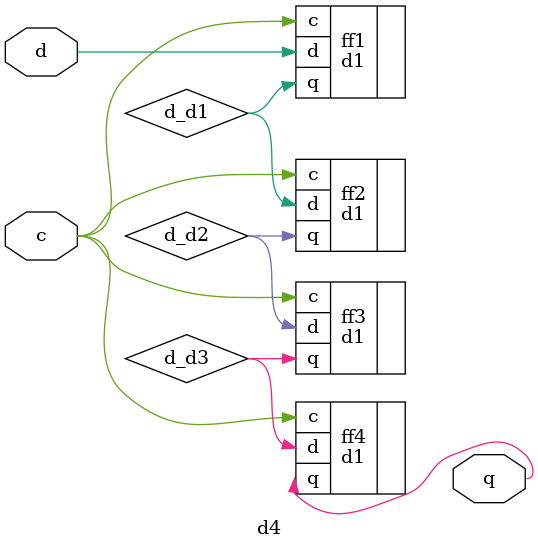
<source format=v>
`timescale 1ns/1ns
module d4
#(parameter W=1)
(input c, input [W-1:0] d, output [W-1:0] q);

wire [W-1:0] d_d1, d_d2, d_d3;

d1 #(W) ff1(.c(c), .d(d   ), .q(d_d1));
d1 #(W) ff2(.c(c), .d(d_d1), .q(d_d2));
d1 #(W) ff3(.c(c), .d(d_d2), .q(d_d3));
d1 #(W) ff4(.c(c), .d(d_d3), .q(q   ));

endmodule

</source>
